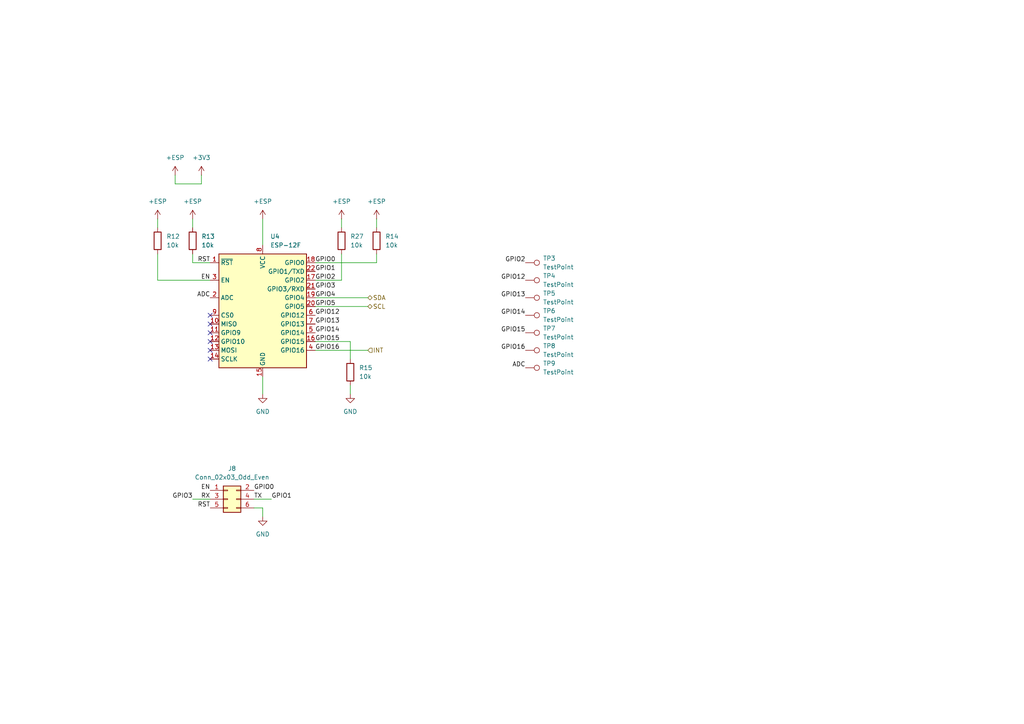
<source format=kicad_sch>
(kicad_sch (version 20231120) (generator "eeschema") (generator_version "8.0")
  (paper "A4")
  (title_block (title "Laser front-end base board") (date "2024-09-07"))
  (lib_symbols
    (symbol "Connector:TestPoint" (pin_numbers hide) (pin_names (offset 0.762) hide)
      (property "Reference" "TP" (at 0 6.858 0))
      (property "Value" "TestPoint" (at 0 5.08 0))
      (symbol "TestPoint_0_1"
        (circle (center 0 3.302) (radius 0.762))
      )
      (symbol "TestPoint_1_1"
        (pin passive line (at 0 0 90) (length 2.54) (name "1") (number "1"))
      )
    )
    (symbol "Connector_Generic:Conn_02x03_Odd_Even" (pin_names (offset 1.016) hide)
      (property "Reference" "J" (at 1.27 5.08 0))
      (property "Value" "Conn_02x03_Odd_Even" (at 1.27 -5.08 0))
      (symbol "Conn_02x03_Odd_Even_1_1"
        (rectangle (start -1.27 -2.413) (end 0 -2.667) (stroke (width 0.1524)))
        (rectangle (start -1.27 0.127) (end 0 -0.127) (stroke (width 0.1524)))
        (rectangle (start -1.27 2.667) (end 0 2.413) (stroke (width 0.1524)))
        (rectangle (start -1.27 3.81) (end 3.81 -3.81) (stroke (width 0.254)) (fill (type background)))
        (rectangle (start 3.81 -2.413) (end 2.54 -2.667) (stroke (width 0.1524)))
        (rectangle (start 3.81 0.127) (end 2.54 -0.127) (stroke (width 0.1524)))
        (rectangle (start 3.81 2.667) (end 2.54 2.413) (stroke (width 0.1524)))
        (pin passive line (at -5.08 2.54 0) (length 3.81) (name "Pin_1") (number "1"))
        (pin passive line (at 7.62 2.54 180) (length 3.81) (name "Pin_2") (number "2"))
        (pin passive line (at -5.08 0 0) (length 3.81) (name "Pin_3") (number "3"))
        (pin passive line (at 7.62 0 180) (length 3.81) (name "Pin_4") (number "4"))
        (pin passive line (at -5.08 -2.54 0) (length 3.81) (name "Pin_5") (number "5"))
        (pin passive line (at 7.62 -2.54 180) (length 3.81) (name "Pin_6") (number "6"))
      )
    )
    (symbol "Device:R" (pin_numbers hide) (pin_names (offset 0))
      (property "Reference" "R" (at 2.032 0 90))
      (property "Value" "R" (at 0 0 90))
      (symbol "R_0_1"
        (rectangle (start -1.016 -2.54) (end 1.016 2.54) (stroke (width 0.254)))
      )
      (symbol "R_1_1"
        (pin passive line (at 0 3.81 270) (length 1.27) (name "~") (number "1"))
        (pin passive line (at 0 -3.81 90) (length 1.27) (name "~") (number "2"))
      )
    )
    (symbol "RF_Module:ESP-12F"
      (property "Reference" "U" (at -12.7 19.05 0))
      (property "Value" "ESP-12F" (at 12.7 19.05 0))
      (symbol "ESP-12F_0_1"
        (rectangle (start -12.7 17.78) (end 12.7 -15.24) (stroke (width 0.254)) (fill (type background)))
      )
      (symbol "ESP-12F_1_1"
        (pin input line (at -15.24 15.24 0) (length 2.54) (name "~{RST}") (number "1"))
        (pin bidirectional line (at -15.24 -2.54 0) (length 2.54) (name "MISO") (number "10"))
        (pin bidirectional line (at -15.24 -5.08 0) (length 2.54) (name "GPIO9") (number "11"))
        (pin bidirectional line (at -15.24 -7.62 0) (length 2.54) (name "GPIO10") (number "12"))
        (pin bidirectional line (at -15.24 -10.16 0) (length 2.54) (name "MOSI") (number "13"))
        (pin bidirectional line (at -15.24 -12.7 0) (length 2.54) (name "SCLK") (number "14"))
        (pin power_in line (at 0 -17.78 90) (length 2.54) (name "GND") (number "15"))
        (pin bidirectional line (at 15.24 -7.62 180) (length 2.54) (name "GPIO15") (number "16"))
        (pin bidirectional line (at 15.24 10.16 180) (length 2.54) (name "GPIO2") (number "17"))
        (pin bidirectional line (at 15.24 15.24 180) (length 2.54) (name "GPIO0") (number "18"))
        (pin bidirectional line (at 15.24 5.08 180) (length 2.54) (name "GPIO4") (number "19"))
        (pin input line (at -15.24 5.08 0) (length 2.54) (name "ADC") (number "2"))
        (pin bidirectional line (at 15.24 2.54 180) (length 2.54) (name "GPIO5") (number "20"))
        (pin bidirectional line (at 15.24 7.62 180) (length 2.54) (name "GPIO3/RXD") (number "21"))
        (pin bidirectional line (at 15.24 12.7 180) (length 2.54) (name "GPIO1/TXD") (number "22"))
        (pin input line (at -15.24 10.16 0) (length 2.54) (name "EN") (number "3"))
        (pin bidirectional line (at 15.24 -10.16 180) (length 2.54) (name "GPIO16") (number "4"))
        (pin bidirectional line (at 15.24 -5.08 180) (length 2.54) (name "GPIO14") (number "5"))
        (pin bidirectional line (at 15.24 0 180) (length 2.54) (name "GPIO12") (number "6"))
        (pin bidirectional line (at 15.24 -2.54 180) (length 2.54) (name "GPIO13") (number "7"))
        (pin power_in line (at 0 20.32 270) (length 2.54) (name "VCC") (number "8"))
        (pin input line (at -15.24 0 0) (length 2.54) (name "CS0") (number "9"))
      )
    )
    (symbol "power:+3V3" (power) (pin_numbers hide) (pin_names (offset 0) hide)
      (property "Value" "+3V3" (at 0 3.556 0))
      (symbol "+3V3_0_1"
        (polyline (pts (xy -0.762 1.27) (xy 0 2.54)))
        (polyline (pts (xy 0 0) (xy 0 2.54)))
        (polyline (pts (xy 0 2.54) (xy 0.762 1.27)))
      )
      (symbol "+3V3_1_1"
        (pin power_in line (at 0 0 90) (length 0) (name "~") (number "1"))
      )
    )
    (symbol "power:GND" (power) (pin_numbers hide) (pin_names (offset 0) hide)
      (property "Value" "GND" (at 0 -3.81 0))
      (symbol "GND_0_1"
        (polyline (pts (xy 0 0) (xy 0 -1.27) (xy 1.27 -1.27) (xy 0 -2.54) (xy -1.27 -1.27) (xy 0 -1.27)))
      )
      (symbol "GND_1_1"
        (pin power_in line (at 0 0 270) (length 0) (name "~") (number "1"))
      )
    )
  )
  (no_connect (at 60.96 93.98))
  (no_connect (at 60.96 91.44))
  (no_connect (at 60.96 101.6))
  (no_connect (at 60.96 104.14))
  (no_connect (at 60.96 99.06))
  (no_connect (at 60.96 96.52))
  (wire (pts (xy 50.8 53.34) (xy 58.42 53.34)))
  (wire (pts (xy 73.66 144.78) (xy 78.74 144.78)))
  (wire (pts (xy 55.88 76.2) (xy 60.96 76.2)))
  (wire (pts (xy 76.2 147.32) (xy 76.2 149.86)))
  (wire (pts (xy 45.72 81.28) (xy 60.96 81.28)))
  (wire (pts (xy 76.2 109.22) (xy 76.2 114.3)))
  (wire (pts (xy 76.2 63.5) (xy 76.2 71.12)))
  (wire (pts (xy 45.72 63.5) (xy 45.72 66.04)))
  (wire (pts (xy 101.6 99.06) (xy 91.44 99.06)))
  (wire (pts (xy 55.88 144.78) (xy 60.96 144.78)))
  (wire (pts (xy 50.8 50.8) (xy 50.8 53.34)))
  (wire (pts (xy 101.6 111.76) (xy 101.6 114.3)))
  (wire (pts (xy 55.88 63.5) (xy 55.88 66.04)))
  (wire (pts (xy 55.88 73.66) (xy 55.88 76.2)))
  (wire (pts (xy 45.72 73.66) (xy 45.72 81.28)))
  (wire (pts (xy 109.22 63.5) (xy 109.22 66.04)))
  (wire (pts (xy 91.44 101.6) (xy 106.68 101.6)))
  (wire (pts (xy 99.06 73.66) (xy 99.06 81.28)))
  (wire (pts (xy 99.06 63.5) (xy 99.06 66.04)))
  (wire (pts (xy 109.22 73.66) (xy 109.22 76.2)))
  (wire (pts (xy 91.44 88.9) (xy 106.68 88.9)))
  (wire (pts (xy 58.42 53.34) (xy 58.42 50.8)))
  (wire (pts (xy 73.66 147.32) (xy 76.2 147.32)))
  (wire (pts (xy 109.22 76.2) (xy 91.44 76.2)))
  (wire (pts (xy 101.6 104.14) (xy 101.6 99.06)))
  (wire (pts (xy 91.44 86.36) (xy 106.68 86.36)))
  (wire (pts (xy 99.06 81.28) (xy 91.44 81.28)))
  (label "GPIO5" (at 91.44 88.9 0))
  (label "GPIO15" (at 152.4 96.52 180))
  (label "GPIO2" (at 91.44 81.28 0))
  (label "ADC" (at 60.96 86.36 180))
  (label "ADC" (at 152.4 106.68 180))
  (label "GPIO16" (at 152.4 101.6 180))
  (label "GPIO3" (at 55.88 144.78 180))
  (label "GPIO1" (at 78.74 144.78 0))
  (label "GPIO1" (at 91.44 78.74 0))
  (label "TX" (at 73.66 144.78 0))
  (label "GPIO0" (at 91.44 76.2 0))
  (label "GPIO13" (at 152.4 86.36 180))
  (label "GPIO14" (at 152.4 91.44 180))
  (label "GPIO2" (at 152.4 76.2 180))
  (label "GPIO13" (at 91.44 93.98 0))
  (label "GPIO0" (at 73.66 142.24 0))
  (label "GPIO16" (at 91.44 101.6 0))
  (label "GPIO14" (at 91.44 96.52 0))
  (label "RST" (at 60.96 76.2 180))
  (label "RST" (at 60.96 147.32 180))
  (label "EN" (at 60.96 81.28 180))
  (label "EN" (at 60.96 142.24 180))
  (label "GPIO12" (at 152.4 81.28 180))
  (label "RX" (at 60.96 144.78 180))
  (label "GPIO3" (at 91.44 83.82 0))
  (label "GPIO15" (at 91.44 99.06 0))
  (label "GPIO12" (at 91.44 91.44 0))
  (label "GPIO4" (at 91.44 86.36 0))
  (hierarchical_label "SDA" (shape bidirectional) (at 106.68 86.36 0))
  (hierarchical_label "SCL" (shape bidirectional) (at 106.68 88.9 0))
  (hierarchical_label "INT" (shape input) (at 106.68 101.6 0))
  (symbol (lib_id "Device:R") (at 101.6 107.95 180) (unit 1)
    (property "Reference" "R15" (at 104.14 106.6799 0) (effects (justify right)))
    (property "Value" "10k" (at 104.14 109.2199 0) (effects (justify right)))
    (property "Footprint" "Resistor_SMD:R_0805_2012Metric" (effects (hide yes)))
    (property "Description" "Resistor" (effects (hide yes)))
  )
  (symbol (lib_id "power:+3V3") (at 55.88 63.5 0) (unit 1)
    (property "Reference" "#PWR028" (effects (hide yes)))
    (property "Value" "+ESP" (at 55.88 58.42 0))
    (property "Description" "Power symbol creates a global label with name \"+3V3\"" (effects (hide yes)))
  )
  (symbol (lib_id "Device:R") (at 99.06 69.85 180) (unit 1)
    (property "Reference" "R27" (at 101.6 68.5799 0) (effects (justify right)))
    (property "Value" "10k" (at 101.6 71.1199 0) (effects (justify right)))
    (property "Footprint" "Resistor_SMD:R_0805_2012Metric" (effects (hide yes)))
    (property "Description" "Resistor" (effects (hide yes)))
  )
  (symbol (lib_id "Connector:TestPoint") (at 152.4 101.6 270) (unit 1)
    (property "Reference" "TP8" (at 157.48 100.3299 90) (effects (justify left)))
    (property "Value" "TestPoint" (at 157.48 102.8699 90) (effects (justify left)))
    (property "Footprint" "TestPoint:TestPoint_Pad_D1.5mm" (effects (hide yes)))
    (property "Description" "test point" (effects (hide yes)))
  )
  (symbol (lib_id "power:+3V3") (at 76.2 63.5 0) (unit 1)
    (property "Reference" "#PWR029" (effects (hide yes)))
    (property "Value" "+ESP" (at 76.2 58.42 0))
    (property "Description" "Power symbol creates a global label with name \"+3V3\"" (effects (hide yes)))
  )
  (symbol (lib_id "Connector:TestPoint") (at 152.4 81.28 270) (unit 1)
    (property "Reference" "TP4" (at 157.48 80.0099 90) (effects (justify left)))
    (property "Value" "TestPoint" (at 157.48 82.5499 90) (effects (justify left)))
    (property "Footprint" "TestPoint:TestPoint_Pad_D1.5mm" (effects (hide yes)))
    (property "Description" "test point" (effects (hide yes)))
  )
  (symbol (lib_id "power:GND") (at 76.2 149.86 0) (unit 1)
    (property "Reference" "#PWR034" (effects (hide yes)))
    (property "Value" "GND" (at 76.2 154.94 0))
    (property "Description" "Power symbol creates a global label with name \"GND\" , ground" (effects (hide yes)))
  )
  (symbol (lib_id "power:+3V3") (at 99.06 63.5 0) (unit 1)
    (property "Reference" "#PWR030" (effects (hide yes)))
    (property "Value" "+ESP" (at 99.06 58.42 0))
    (property "Description" "Power symbol creates a global label with name \"+3V3\"" (effects (hide yes)))
  )
  (symbol (lib_id "power:GND") (at 101.6 114.3 0) (unit 1)
    (property "Reference" "#PWR033" (effects (hide yes)))
    (property "Value" "GND" (at 101.6 119.38 0))
    (property "Description" "Power symbol creates a global label with name \"GND\" , ground" (effects (hide yes)))
  )
  (symbol (lib_id "Device:R") (at 45.72 69.85 180) (unit 1)
    (property "Reference" "R12" (at 48.26 68.5799 0) (effects (justify right)))
    (property "Value" "10k" (at 48.26 71.1199 0) (effects (justify right)))
    (property "Footprint" "Resistor_SMD:R_0805_2012Metric" (effects (hide yes)))
    (property "Description" "Resistor" (effects (hide yes)))
  )
  (symbol (lib_id "power:+3V3") (at 45.72 63.5 0) (unit 1)
    (property "Reference" "#PWR027" (effects (hide yes)))
    (property "Value" "+ESP" (at 45.72 58.42 0))
    (property "Description" "Power symbol creates a global label with name \"+3V3\"" (effects (hide yes)))
  )
  (symbol (lib_id "power:+3V3") (at 50.8 50.8 0) (unit 1)
    (property "Reference" "#PWR025" (effects (hide yes)))
    (property "Value" "+ESP" (at 50.8 45.72 0))
    (property "Description" "Power symbol creates a global label with name \"+3V3\"" (effects (hide yes)))
  )
  (symbol (lib_id "Connector:TestPoint") (at 152.4 96.52 270) (unit 1)
    (property "Reference" "TP7" (at 157.48 95.2499 90) (effects (justify left)))
    (property "Value" "TestPoint" (at 157.48 97.7899 90) (effects (justify left)))
    (property "Footprint" "TestPoint:TestPoint_Pad_D1.5mm" (effects (hide yes)))
    (property "Description" "test point" (effects (hide yes)))
  )
  (symbol (lib_id "Connector:TestPoint") (at 152.4 91.44 270) (unit 1)
    (property "Reference" "TP6" (at 157.48 90.1699 90) (effects (justify left)))
    (property "Value" "TestPoint" (at 157.48 92.7099 90) (effects (justify left)))
    (property "Footprint" "TestPoint:TestPoint_Pad_D1.5mm" (effects (hide yes)))
    (property "Description" "test point" (effects (hide yes)))
  )
  (symbol (lib_id "Connector_Generic:Conn_02x03_Odd_Even") (at 66.04 144.78 0) (unit 1)
    (property "Reference" "J8" (at 67.31 135.89 0))
    (property "Value" "Conn_02x03_Odd_Even" (at 67.31 138.43 0))
    (property "Footprint" "Connector_PinHeader_2.54mm:PinHeader_2x03_P2.54mm_Vertical" (effects (hide yes)))
    (property "Description" "Generic connector, double row, 02x03, odd/even pin numbering scheme (row 1 odd numbers, row 2 even numbers), script generated (kicad-library-utils/schlib/autogen/connector/)" (effects (hide yes)))
  )
  (symbol (lib_id "Connector:TestPoint") (at 152.4 106.68 270) (unit 1)
    (property "Reference" "TP9" (at 157.48 105.4099 90) (effects (justify left)))
    (property "Value" "TestPoint" (at 157.48 107.9499 90) (effects (justify left)))
    (property "Footprint" "TestPoint:TestPoint_Pad_D1.5mm" (effects (hide yes)))
    (property "Description" "test point" (effects (hide yes)))
  )
  (symbol (lib_id "power:GND") (at 76.2 114.3 0) (unit 1)
    (property "Reference" "#PWR032" (effects (hide yes)))
    (property "Value" "GND" (at 76.2 119.38 0))
    (property "Description" "Power symbol creates a global label with name \"GND\" , ground" (effects (hide yes)))
  )
  (symbol (lib_id "power:+3V3") (at 58.42 50.8 0) (unit 1)
    (property "Reference" "#PWR026" (effects (hide yes)))
    (property "Value" "+3V3" (at 58.42 45.72 0))
    (property "Description" "Power symbol creates a global label with name \"+3V3\"" (effects (hide yes)))
  )
  (symbol (lib_id "Device:R") (at 109.22 69.85 180) (unit 1)
    (property "Reference" "R14" (at 111.76 68.5799 0) (effects (justify right)))
    (property "Value" "10k" (at 111.76 71.1199 0) (effects (justify right)))
    (property "Footprint" "Resistor_SMD:R_0805_2012Metric" (effects (hide yes)))
    (property "Description" "Resistor" (effects (hide yes)))
  )
  (symbol (lib_id "RF_Module:ESP-12F") (at 76.2 91.44 0) (unit 1)
    (property "Reference" "U4" (at 78.3941 68.58 0) (effects (justify left)))
    (property "Value" "ESP-12F" (at 78.3941 71.12 0) (effects (justify left)))
    (property "Footprint" "RF_Module:ESP-12E" (effects (hide yes)))
    (property "Datasheet" "http://wiki.ai-thinker.com/_media/esp8266/esp8266_series_modules_user_manual_v1.1.pdf" (effects (hide yes)))
    (property "Description" "802.11 b/g/n Wi-Fi Module" (effects (hide yes)))
  )
  (symbol (lib_id "Connector:TestPoint") (at 152.4 86.36 270) (unit 1)
    (property "Reference" "TP5" (at 157.48 85.0899 90) (effects (justify left)))
    (property "Value" "TestPoint" (at 157.48 87.6299 90) (effects (justify left)))
    (property "Footprint" "TestPoint:TestPoint_Pad_D1.5mm" (effects (hide yes)))
    (property "Description" "test point" (effects (hide yes)))
  )
  (symbol (lib_id "Device:R") (at 55.88 69.85 180) (unit 1)
    (property "Reference" "R13" (at 58.42 68.5799 0) (effects (justify right)))
    (property "Value" "10k" (at 58.42 71.1199 0) (effects (justify right)))
    (property "Footprint" "Resistor_SMD:R_0805_2012Metric" (effects (hide yes)))
    (property "Description" "Resistor" (effects (hide yes)))
  )
  (symbol (lib_id "power:+3V3") (at 109.22 63.5 0) (unit 1)
    (property "Reference" "#PWR031" (effects (hide yes)))
    (property "Value" "+ESP" (at 109.22 58.42 0))
    (property "Description" "Power symbol creates a global label with name \"+3V3\"" (effects (hide yes)))
  )
  (symbol (lib_id "Connector:TestPoint") (at 152.4 76.2 270) (unit 1)
    (property "Reference" "TP3" (at 157.48 74.9299 90) (effects (justify left)))
    (property "Value" "TestPoint" (at 157.48 77.4699 90) (effects (justify left)))
    (property "Footprint" "TestPoint:TestPoint_Pad_D1.5mm" (effects (hide yes)))
    (property "Description" "test point" (effects (hide yes)))
  )
)
</source>
